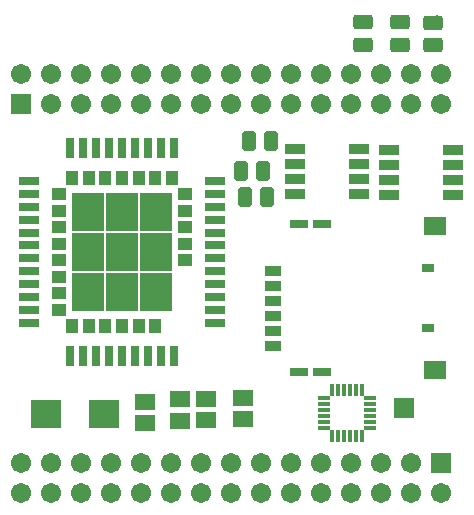
<source format=gbs>
G04*
G04 #@! TF.GenerationSoftware,Altium Limited,Altium Designer,22.0.2 (36)*
G04*
G04 Layer_Color=16711935*
%FSLAX25Y25*%
%MOIN*%
G70*
G04*
G04 #@! TF.SameCoordinates,D8B2018D-4A20-4394-8D71-C126664B729D*
G04*
G04*
G04 #@! TF.FilePolarity,Negative*
G04*
G01*
G75*
%ADD20R,0.06509X0.05328*%
%ADD21C,0.06706*%
%ADD22R,0.06706X0.06706*%
%ADD23R,0.06706X0.06706*%
%ADD24C,0.03162*%
G04:AMPARAMS|DCode=50|XSize=47.37mil|YSize=63.91mil|CornerRadius=8.92mil|HoleSize=0mil|Usage=FLASHONLY|Rotation=90.000|XOffset=0mil|YOffset=0mil|HoleType=Round|Shape=RoundedRectangle|*
%AMROUNDEDRECTD50*
21,1,0.04737,0.04606,0,0,90.0*
21,1,0.02953,0.06391,0,0,90.0*
1,1,0.01784,0.02303,0.01476*
1,1,0.01784,0.02303,-0.01476*
1,1,0.01784,-0.02303,-0.01476*
1,1,0.01784,-0.02303,0.01476*
%
%ADD50ROUNDEDRECTD50*%
%ADD51R,0.03950X0.02926*%
%ADD52R,0.05918X0.02572*%
%ADD53R,0.07493X0.06312*%
%ADD54R,0.05328X0.03359*%
%ADD55R,0.11036X0.13005*%
%ADD56R,0.04343X0.05131*%
%ADD57R,0.05131X0.04343*%
%ADD58R,0.03162X0.07099*%
%ADD59R,0.07099X0.03162*%
%ADD60R,0.01824X0.03910*%
%ADD61R,0.03910X0.01824*%
G04:AMPARAMS|DCode=62|XSize=47.37mil|YSize=63.91mil|CornerRadius=8.92mil|HoleSize=0mil|Usage=FLASHONLY|Rotation=0.000|XOffset=0mil|YOffset=0mil|HoleType=Round|Shape=RoundedRectangle|*
%AMROUNDEDRECTD62*
21,1,0.04737,0.04606,0,0,0.0*
21,1,0.02953,0.06391,0,0,0.0*
1,1,0.01784,0.01476,-0.02303*
1,1,0.01784,-0.01476,-0.02303*
1,1,0.01784,-0.01476,0.02303*
1,1,0.01784,0.01476,0.02303*
%
%ADD62ROUNDEDRECTD62*%
%ADD63R,0.10131X0.09580*%
%ADD64R,0.06706X0.03359*%
D20*
X82874Y37303D02*
D03*
Y44390D02*
D03*
X50197Y43209D02*
D03*
Y36122D02*
D03*
X61992Y44024D02*
D03*
Y36937D02*
D03*
X70472Y44094D02*
D03*
Y37008D02*
D03*
D21*
X8949Y12890D02*
D03*
Y22890D02*
D03*
X18949Y12890D02*
D03*
Y22890D02*
D03*
X28949Y12890D02*
D03*
Y22890D02*
D03*
X38949Y12890D02*
D03*
Y22890D02*
D03*
X48949Y12890D02*
D03*
Y22890D02*
D03*
X58949Y12890D02*
D03*
Y22890D02*
D03*
X68949Y12890D02*
D03*
Y22890D02*
D03*
X78949Y12890D02*
D03*
Y22890D02*
D03*
X88949Y12890D02*
D03*
Y22890D02*
D03*
X98949Y12890D02*
D03*
Y22890D02*
D03*
X108949Y12890D02*
D03*
Y22890D02*
D03*
X118949Y12890D02*
D03*
Y22890D02*
D03*
X128949Y12890D02*
D03*
Y22890D02*
D03*
X138949Y12890D02*
D03*
Y22890D02*
D03*
X148949Y12890D02*
D03*
Y152500D02*
D03*
Y142500D02*
D03*
X138949Y152500D02*
D03*
Y142500D02*
D03*
X128949Y152500D02*
D03*
Y142500D02*
D03*
X118949Y152500D02*
D03*
Y142500D02*
D03*
X108949Y152500D02*
D03*
Y142500D02*
D03*
X98949Y152500D02*
D03*
Y142500D02*
D03*
X88949Y152500D02*
D03*
Y142500D02*
D03*
X78949Y152500D02*
D03*
Y142500D02*
D03*
X68949Y152500D02*
D03*
Y142500D02*
D03*
X58949Y152500D02*
D03*
Y142500D02*
D03*
X48949Y152500D02*
D03*
Y142500D02*
D03*
X38949Y152500D02*
D03*
Y142500D02*
D03*
X28949Y152500D02*
D03*
Y142500D02*
D03*
X18949Y152500D02*
D03*
Y142500D02*
D03*
X8949Y152500D02*
D03*
D22*
X148949Y22890D02*
D03*
X8949Y142500D02*
D03*
D23*
X136500Y41000D02*
D03*
D24*
X147474Y170472D02*
D03*
D50*
X122835Y162264D02*
D03*
Y169626D02*
D03*
X135236D02*
D03*
Y162264D02*
D03*
X146260Y162028D02*
D03*
Y169390D02*
D03*
D51*
X144614Y67650D02*
D03*
Y87650D02*
D03*
D52*
X101386Y102335D02*
D03*
X109260D02*
D03*
Y52965D02*
D03*
X101386D02*
D03*
D53*
X146898Y101685D02*
D03*
Y53614D02*
D03*
D54*
X92843Y81803D02*
D03*
Y71803D02*
D03*
Y61803D02*
D03*
Y86803D02*
D03*
Y76803D02*
D03*
Y66803D02*
D03*
D55*
X42500Y93114D02*
D03*
Y79728D02*
D03*
X53917Y79728D02*
D03*
Y93114D02*
D03*
X53917Y106500D02*
D03*
X42500D02*
D03*
X31083D02*
D03*
Y93114D02*
D03*
Y79728D02*
D03*
D56*
X25965Y68311D02*
D03*
X31476D02*
D03*
X36988D02*
D03*
X42500D02*
D03*
X48012D02*
D03*
X53524D02*
D03*
X59035Y117917D02*
D03*
X53524D02*
D03*
X48012D02*
D03*
X42500D02*
D03*
X36988D02*
D03*
X31476D02*
D03*
X25965D02*
D03*
D57*
X63563Y90358D02*
D03*
Y95870D02*
D03*
Y101382D02*
D03*
Y106894D02*
D03*
Y112405D02*
D03*
X21437D02*
D03*
Y106894D02*
D03*
Y101382D02*
D03*
Y95870D02*
D03*
Y90358D02*
D03*
Y84846D02*
D03*
Y79334D02*
D03*
Y73823D02*
D03*
D58*
X25177Y58468D02*
D03*
X29508D02*
D03*
X33839D02*
D03*
X38169D02*
D03*
X42500D02*
D03*
X46831D02*
D03*
X51161D02*
D03*
X55492D02*
D03*
X59823D02*
D03*
Y127760D02*
D03*
X55492D02*
D03*
X51161D02*
D03*
X46831D02*
D03*
X42500D02*
D03*
X38169D02*
D03*
X33839D02*
D03*
X29508D02*
D03*
X25177D02*
D03*
D59*
X73406Y69295D02*
D03*
Y73626D02*
D03*
Y77957D02*
D03*
Y82287D02*
D03*
Y86618D02*
D03*
Y90949D02*
D03*
Y95279D02*
D03*
Y99610D02*
D03*
Y103941D02*
D03*
Y108271D02*
D03*
Y112602D02*
D03*
Y116933D02*
D03*
X11594D02*
D03*
Y112602D02*
D03*
Y108271D02*
D03*
Y103941D02*
D03*
Y99610D02*
D03*
Y95279D02*
D03*
Y90949D02*
D03*
Y86618D02*
D03*
Y82287D02*
D03*
Y77957D02*
D03*
Y73626D02*
D03*
Y69295D02*
D03*
D60*
X112598Y31713D02*
D03*
X114567D02*
D03*
X116535D02*
D03*
X118504D02*
D03*
X120473D02*
D03*
X122441D02*
D03*
Y47224D02*
D03*
X120473D02*
D03*
X118504D02*
D03*
X116535D02*
D03*
X114567D02*
D03*
X112598D02*
D03*
D61*
X125276Y34547D02*
D03*
Y36516D02*
D03*
Y38484D02*
D03*
Y40453D02*
D03*
Y42421D02*
D03*
Y44390D02*
D03*
X109764D02*
D03*
Y42421D02*
D03*
Y40453D02*
D03*
Y38484D02*
D03*
Y36516D02*
D03*
Y34547D02*
D03*
D62*
X84705Y130118D02*
D03*
X92067D02*
D03*
X89508Y120079D02*
D03*
X82146D02*
D03*
X90787Y111417D02*
D03*
X83425D02*
D03*
D63*
X17201Y39083D02*
D03*
X36650D02*
D03*
D64*
X152816Y127198D02*
D03*
Y122198D02*
D03*
Y117198D02*
D03*
Y112198D02*
D03*
X131556D02*
D03*
Y117198D02*
D03*
Y122198D02*
D03*
Y127198D02*
D03*
X121555Y127284D02*
D03*
Y122283D02*
D03*
Y117283D02*
D03*
Y112284D02*
D03*
X100295D02*
D03*
Y117283D02*
D03*
Y122283D02*
D03*
Y127284D02*
D03*
M02*

</source>
